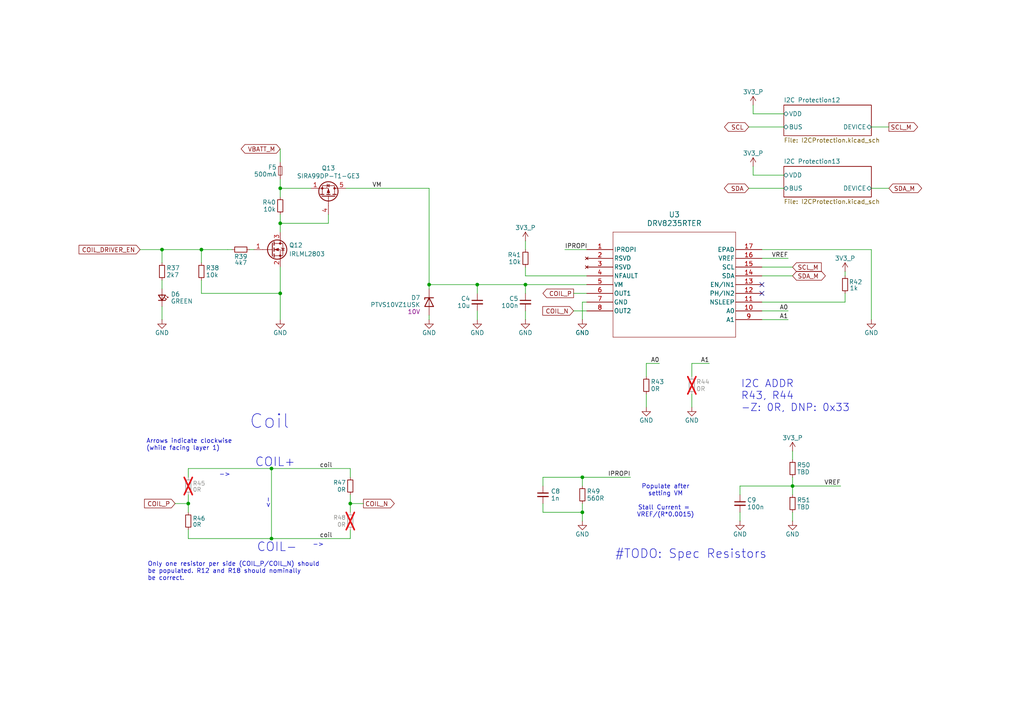
<source format=kicad_sch>
(kicad_sch (version 20250114) (generator "eeschema") (generator_version "9.0")
  (paper "A4")
  (title_block (title "Argus -Z Panel") (date "2025-06-23") (rev "Rev 5.0") (company "N. Khera") (comment 1 "V. Rajesh") (comment 2 "A. Sahay"))
  (lib_symbols
    (symbol "Argus-IC:DRV8235RTER" (pin_names (offset 0.254))
      (property "Reference" "U" (at 25.4 10.16 0))
      (property "Value" "DRV8235RTER" (at 25.4 7.62 0))
      (symbol "DRV8235RTER_0_1"
        (polyline (pts (xy 7.62 5.08) (xy 7.62 -25.4)) (stroke (width 0.127)))
        (polyline (pts (xy 7.62 -25.4) (xy 43.18 -25.4)) (stroke (width 0.127)))
        (polyline (pts (xy 43.18 5.08) (xy 7.62 5.08)) (stroke (width 0.127)))
        (polyline (pts (xy 43.18 -25.4) (xy 43.18 5.08)) (stroke (width 0.127)))
        (pin power_in line (at 0 0 0) (length 7.62) (name "IPROPI") (number "1"))
        (pin no_connect line (at 0 -2.54 0) (length 7.62) (name "RSVD") (number "2"))
        (pin no_connect line (at 0 -5.08 0) (length 7.62) (name "RSVD") (number "3"))
        (pin output line (at 0 -7.62 0) (length 7.62) (name "NFAULT") (number "4"))
        (pin power_in line (at 0 -10.16 0) (length 7.62) (name "VM") (number "5"))
        (pin output line (at 0 -12.7 0) (length 7.62) (name "OUT1") (number "6"))
        (pin power_out line (at 0 -15.24 0) (length 7.62) (name "GND") (number "7"))
        (pin output line (at 0 -17.78 0) (length 7.62) (name "OUT2") (number "8"))
        (pin power_out line (at 50.8 0 180) (length 7.62) (name "EPAD") (number "17"))
        (pin input line (at 50.8 -2.54 180) (length 7.62) (name "VREF") (number "16"))
        (pin input line (at 50.8 -5.08 180) (length 7.62) (name "SCL") (number "15"))
        (pin input line (at 50.8 -7.62 180) (length 7.62) (name "SDA") (number "14"))
        (pin input line (at 50.8 -10.16 180) (length 7.62) (name "EN/IN1") (number "13"))
        (pin input line (at 50.8 -12.7 180) (length 7.62) (name "PH/IN2") (number "12"))
        (pin input line (at 50.8 -15.24 180) (length 7.62) (name "NSLEEP") (number "11"))
        (pin input line (at 50.8 -17.78 180) (length 7.62) (name "A0") (number "10"))
        (pin input line (at 50.8 -20.32 180) (length 7.62) (name "A1") (number "9"))
      )
    )
    (symbol "Argus-IC:IRLML2803" (pin_names (hide yes))
      (property "Reference" "Q23" (at 2.54 1.27 0))
      (property "Value" "IRLML2803" (at 2.54 -1.27 0))
      (symbol "IRLML2803_0_1"
        (polyline (pts (xy -2.286 1.905) (xy -2.286 -1.905)) (stroke (width 0.254)))
        (polyline (pts (xy -2.286 0) (xy -5.08 0)))
        (polyline (pts (xy -1.778 2.286) (xy -1.778 1.27)) (stroke (width 0.254)))
        (polyline (pts (xy -1.778 0.508) (xy -1.778 -0.508)) (stroke (width 0.254)))
        (polyline (pts (xy -1.778 -1.27) (xy -1.778 -2.286)) (stroke (width 0.254)))
        (polyline (pts (xy -1.778 -1.778) (xy 0.762 -1.778) (xy 0.762 1.778) (xy -1.778 1.778)))
        (polyline (pts (xy -1.524 0) (xy -0.508 0.381) (xy -0.508 -0.381) (xy -1.524 0)) (fill (type outline)))
        (circle (center -0.889 0) (radius 2.794) (stroke (width 0.254)))
        (polyline (pts (xy 0 2.54) (xy 0 1.778)))
        (circle (center 0 1.778) (radius 0.254) (fill (type outline)))
        (circle (center 0 -1.778) (radius 0.254) (fill (type outline)))
        (polyline (pts (xy 0 -2.54) (xy 0 0) (xy -1.778 0)))
        (polyline (pts (xy 0.254 0.508) (xy 0.381 0.381) (xy 1.143 0.381) (xy 1.27 0.254)))
        (polyline (pts (xy 0.762 0.381) (xy 0.381 -0.254) (xy 1.143 -0.254) (xy 0.762 0.381)))
      )
      (symbol "IRLML2803_1_1"
        (pin input line (at -7.62 0 0) (length 2.54) (name "G") (number "1"))
        (pin passive line (at 0 5.08 270) (length 2.54) (name "D") (number "3"))
        (pin passive line (at 0 -5.08 90) (length 2.54) (name "S") (number "2"))
      )
    )
    (symbol "Device:C_Small" (pin_numbers (hide yes)) (pin_names (offset 0.254) (hide yes))
      (property "Reference" "C" (at 0.254 1.778 0))
      (property "Value" "C_Small" (at 0.254 -2.032 0))
      (symbol "C_Small_0_1"
        (polyline (pts (xy -1.524 0.508) (xy 1.524 0.508)) (stroke (width 0.3048)))
        (polyline (pts (xy -1.524 -0.508) (xy 1.524 -0.508)) (stroke (width 0.3302)))
      )
      (symbol "C_Small_1_1"
        (pin passive line (at 0 2.54 270) (length 2.032) (name "~") (number "1"))
        (pin passive line (at 0 -2.54 90) (length 2.032) (name "~") (number "2"))
      )
    )
    (symbol "Device:Fuse_Small" (pin_numbers (hide yes)) (pin_names (offset 0.254) (hide yes))
      (property "Reference" "F" (at 0 -1.524 0))
      (property "Value" "Fuse_Small" (at 0 1.524 0))
      (symbol "Fuse_Small_0_1"
        (rectangle (start -1.27 0.508) (end 1.27 -0.508))
        (polyline (pts (xy -1.27 0) (xy 1.27 0)))
      )
      (symbol "Fuse_Small_1_1"
        (pin passive line (at -2.54 0 0) (length 1.27) (name "~") (number "1"))
        (pin passive line (at 2.54 0 180) (length 1.27) (name "~") (number "2"))
      )
    )
    (symbol "Device:LED_Small" (pin_numbers (hide yes)) (pin_names (offset 0.254) (hide yes))
      (property "Reference" "D" (at -1.27 3.175 0))
      (property "Value" "LED_Small" (at -4.445 -2.54 0))
      (symbol "LED_Small_0_1"
        (polyline (pts (xy -0.762 -1.016) (xy -0.762 1.016)) (stroke (width 0.254)))
        (polyline (pts (xy 0 0.762) (xy -0.508 1.27) (xy -0.254 1.27) (xy -0.508 1.27) (xy -0.508 1.016)))
        (polyline (pts (xy 0.508 1.27) (xy 0 1.778) (xy 0.254 1.778) (xy 0 1.778) (xy 0 1.524)))
        (polyline (pts (xy 0.762 -1.016) (xy -0.762 0) (xy 0.762 1.016) (xy 0.762 -1.016)) (stroke (width 0.254)))
        (polyline (pts (xy 1.016 0) (xy -0.762 0)))
      )
      (symbol "LED_Small_1_1"
        (pin passive line (at -2.54 0 0) (length 1.778) (name "K") (number "1"))
        (pin passive line (at 2.54 0 180) (length 1.778) (name "A") (number "2"))
      )
    )
    (symbol "Device:R_Small" (pin_numbers (hide yes)) (pin_names (offset 0.254) (hide yes))
      (property "Reference" "R" (at 0.762 0.508 0))
      (property "Value" "R_Small" (at 0.762 -1.016 0))
      (symbol "R_Small_0_1"
        (rectangle (start -0.762 1.778) (end 0.762 -1.778) (stroke (width 0.2032)))
      )
      (symbol "R_Small_1_1"
        (pin passive line (at 0 2.54 270) (length 0.762) (name "~") (number "1"))
        (pin passive line (at 0 -2.54 90) (length 0.762) (name "~") (number "2"))
      )
    )
    (symbol "Diode:PTVS10VZ1USK" (pin_numbers (hide yes)) (pin_names (hide yes))
      (property "Reference" "D" (at 0 2.54 0))
      (property "Value" "PTVS10VZ1USK" (at 0 -2.54 0))
      (symbol "PTVS10VZ1USK_0_1"
        (polyline (pts (xy -1.27 -1.27) (xy -1.27 1.27) (xy -0.762 1.27)) (stroke (width 0.254)))
        (polyline (pts (xy 1.27 0) (xy -1.27 0)))
        (polyline (pts (xy 1.27 -1.27) (xy 1.27 1.27) (xy -1.27 0) (xy 1.27 -1.27)) (stroke (width 0.254)))
      )
      (symbol "PTVS10VZ1USK_1_1"
        (pin passive line (at -3.81 0 0) (length 2.54) (name "K") (number "1"))
        (pin passive line (at 3.81 0 180) (length 2.54) (name "A") (number "2"))
      )
    )
    (symbol "R_Small_1" (pin_numbers (hide yes)) (pin_names (offset 0.254) (hide yes))
      (property "Reference" "R" (at 0 0 90))
      (property "Value" "R_Small" (at 1.778 0 90))
      (symbol "R_Small_1_0_1"
        (rectangle (start -0.762 1.778) (end 0.762 -1.778) (stroke (width 0.2032)))
      )
      (symbol "R_Small_1_1_1"
        (pin passive line (at 0 2.54 270) (length 0.762) (name "~") (number "1"))
        (pin passive line (at 0 -2.54 90) (length 0.762) (name "~") (number "2"))
      )
    )
    (symbol "R_Small_2" (pin_numbers (hide yes)) (pin_names (offset 0.254) (hide yes))
      (property "Reference" "R" (at 0 0 90))
      (property "Value" "R_Small" (at 1.778 0 90))
      (symbol "R_Small_2_0_1"
        (rectangle (start -0.762 1.778) (end 0.762 -1.778) (stroke (width 0.2032)))
      )
      (symbol "R_Small_2_1_1"
        (pin passive line (at 0 2.54 270) (length 0.762) (name "~") (number "1"))
        (pin passive line (at 0 -2.54 90) (length 0.762) (name "~") (number "2"))
      )
    )
    (symbol "R_Small_3" (pin_numbers (hide yes)) (pin_names (offset 0.254) (hide yes))
      (property "Reference" "R" (at 0 0 90))
      (property "Value" "R_Small" (at 1.778 0 90))
      (symbol "R_Small_3_0_1"
        (rectangle (start -0.762 1.778) (end 0.762 -1.778) (stroke (width 0.2032)))
      )
      (symbol "R_Small_3_1_1"
        (pin passive line (at 0 2.54 270) (length 0.762) (name "~") (number "1"))
        (pin passive line (at 0 -2.54 90) (length 0.762) (name "~") (number "2"))
      )
    )
    (symbol "R_Small_4" (pin_numbers (hide yes)) (pin_names (offset 0.254) (hide yes))
      (property "Reference" "R" (at 0 0 90))
      (property "Value" "R_Small" (at 1.778 0 90))
      (symbol "R_Small_4_0_1"
        (rectangle (start -0.762 1.778) (end 0.762 -1.778) (stroke (width 0.2032)))
      )
      (symbol "R_Small_4_1_1"
        (pin passive line (at 0 2.54 270) (length 0.762) (name "~") (number "1"))
        (pin passive line (at 0 -2.54 90) (length 0.762) (name "~") (number "2"))
      )
    )
    (symbol "Transistor_FET:Si7141DP" (pin_names (hide yes))
      (property "Reference" "Q" (at 5.08 1.905 0))
      (property "Value" "Si7141DP" (at 5.08 0 0))
      (symbol "Si7141DP_0_1"
        (polyline (pts (xy 0.254 1.905) (xy 0.254 -1.905)) (stroke (width 0.254)))
        (polyline (pts (xy 0.254 0) (xy -2.54 0)))
        (polyline (pts (xy 0.762 2.286) (xy 0.762 1.27)) (stroke (width 0.254)))
        (polyline (pts (xy 0.762 1.778) (xy 3.302 1.778) (xy 3.302 -1.778) (xy 0.762 -1.778)))
        (polyline (pts (xy 0.762 0.508) (xy 0.762 -0.508)) (stroke (width 0.254)))
        (polyline (pts (xy 0.762 -1.27) (xy 0.762 -2.286)) (stroke (width 0.254)))
        (circle (center 1.651 0) (radius 2.794) (stroke (width 0.254)))
        (polyline (pts (xy 2.286 0) (xy 1.27 0.381) (xy 1.27 -0.381) (xy 2.286 0)) (fill (type outline)))
        (polyline (pts (xy 2.54 2.54) (xy 2.54 1.778)))
        (circle (center 2.54 1.778) (radius 0.254) (fill (type outline)))
        (circle (center 2.54 -1.778) (radius 0.254) (fill (type outline)))
        (polyline (pts (xy 2.54 -2.54) (xy 2.54 0) (xy 0.762 0)))
        (polyline (pts (xy 2.794 -0.508) (xy 2.921 -0.381) (xy 3.683 -0.381) (xy 3.81 -0.254)))
        (polyline (pts (xy 3.302 -0.381) (xy 2.921 0.254) (xy 3.683 0.254) (xy 3.302 -0.381)))
      )
      (symbol "Si7141DP_1_1"
        (pin input line (at -5.08 0 0) (length 2.54) (name "G") (number "4"))
        (pin passive line (at 2.54 5.08 270) (length 2.54) (name "D") (number "5"))
        (pin passive line (at 2.54 -5.08 90) (length 2.54) (name "S") (number "1"))
        (pin passive line (at 2.54 -5.08 90) (length 2.54) (hide yes) (name "S") (number "2"))
        (pin passive line (at 2.54 -5.08 90) (length 2.54) (hide yes) (name "S") (number "3"))
      )
    )
    (symbol "power:+3.3V" (power) (pin_numbers (hide yes)) (pin_names (offset 0) (hide yes))
      (property "Value" "+3.3V" (at 0 3.556 0))
      (symbol "+3.3V_0_1"
        (polyline (pts (xy -0.762 1.27) (xy 0 2.54)))
        (polyline (pts (xy 0 2.54) (xy 0.762 1.27)))
        (polyline (pts (xy 0 0) (xy 0 2.54)))
      )
      (symbol "+3.3V_1_1"
        (pin power_in line (at 0 0 90) (length 0) (name "~") (number "1"))
      )
    )
    (symbol "power:GND" (power) (pin_numbers (hide yes)) (pin_names (offset 0) (hide yes))
      (property "Value" "GND" (at 0 -3.81 0))
      (symbol "GND_0_1"
        (polyline (pts (xy 0 0) (xy 0 -1.27) (xy 1.27 -1.27) (xy 0 -2.54) (xy -1.27 -1.27) (xy 0 -1.27)))
      )
      (symbol "GND_1_1"
        (pin power_in line (at 0 0 270) (length 0) (name "~") (number "1"))
      )
    )
  )
  (text "COIL+" (at 73.914 135.636 0) (effects (font (size 2.54 2.54)) (justify left bottom)))
  (text "->" (at 63.5 138.43 0) (effects (font (size 1.27 1.27)) (justify left bottom)))
  (text "->" (at 93.98 158.75 0) (effects (font (size 1.27 1.27)) (justify right bottom)))
  (text "#TODO: Spec Resistors" (at 200.406 160.782 0) (effects (font (size 2.54 2.54))))
  (text "Coil" (at 72.263 124.714 0) (effects (font (size 4 4)) (justify left bottom)))
  (text "I2C ADDR\nR43, R44\n-Z: 0R, DNP: 0x33" (at 214.884 119.634 0) (effects (font (size 2.159 2.159)) (justify left bottom)))
  (text "Only one resistor per side (COIL_P/COIL_N) should \nbe populated. R12 and R18 should nominally \nbe correct." (at 42.799 168.529 0) (effects (font (size 1.27 1.27)) (justify left bottom)))
  (text "<-" (at 78.486 147.574 90) (effects (font (size 1.27 1.27)) (justify left bottom)))
  (text "Arrows indicate clockwise\n(while facing layer 1)" (at 42.418 130.81 0) (effects (font (size 1.27 1.27)) (justify left bottom)))
  (text "COIL-" (at 74.422 160.274 0) (effects (font (size 2.54 2.54)) (justify left bottom)))
  (text "Populate after\nsetting VM\n\nStall Current = \nVREF/(R*0.0015)" (at 193.04 145.288 0) (effects (font (size 1.27 1.27))))
  (junction (at 101.6 146.05))
  (junction (at 81.28 64.77))
  (junction (at 78.74 135.89))
  (junction (at 152.4 82.55))
  (junction (at 78.74 156.21))
  (junction (at 81.28 85.09))
  (junction (at 46.99 72.39))
  (junction (at 54.61 146.05))
  (junction (at 138.43 82.55))
  (junction (at 124.46 82.55))
  (junction (at 58.42 72.39))
  (junction (at 168.91 148.59))
  (junction (at 229.87 140.97))
  (junction (at 81.28 54.61))
  (junction (at 168.91 138.43))
  (no_connect (at 220.98 85.09))
  (no_connect (at 220.98 82.55))
  (wire (pts (xy 101.6 143.51) (xy 101.6 146.05)))
  (wire (pts (xy 227.33 50.8) (xy 218.44 50.8)))
  (wire (pts (xy 152.4 69.85) (xy 152.4 72.39)))
  (wire (pts (xy 105.41 146.05) (xy 101.6 146.05)))
  (wire (pts (xy 81.28 52.07) (xy 81.28 54.61)) (stroke (width 0.1524)))
  (wire (pts (xy 168.91 87.63) (xy 168.91 92.71)))
  (wire (pts (xy 72.39 72.39) (xy 73.66 72.39)))
  (wire (pts (xy 220.98 72.39) (xy 252.73 72.39)))
  (wire (pts (xy 217.17 54.61) (xy 227.33 54.61)))
  (wire (pts (xy 187.452 114.3) (xy 187.452 118.11)))
  (wire (pts (xy 229.87 140.97) (xy 243.84 140.97)))
  (wire (pts (xy 101.6 153.67) (xy 101.6 156.21)))
  (wire (pts (xy 54.61 153.67) (xy 54.61 156.21)))
  (wire (pts (xy 54.61 135.89) (xy 78.74 135.89)))
  (wire (pts (xy 46.99 92.71) (xy 46.99 88.9)))
  (wire (pts (xy 138.43 82.55) (xy 138.43 85.09)))
  (wire (pts (xy 157.48 148.59) (xy 168.91 148.59)))
  (wire (pts (xy 168.91 138.43) (xy 157.48 138.43)))
  (wire (pts (xy 229.87 77.47) (xy 220.98 77.47)))
  (wire (pts (xy 54.61 143.51) (xy 54.61 146.05)))
  (wire (pts (xy 46.99 72.39) (xy 58.42 72.39)) (stroke (width 0.1524)))
  (wire (pts (xy 152.4 82.55) (xy 170.18 82.55)))
  (wire (pts (xy 81.28 92.71) (xy 81.28 85.09)))
  (wire (pts (xy 46.99 72.39) (xy 40.64 72.39)) (stroke (width 0.1524)))
  (wire (pts (xy 152.4 82.55) (xy 152.4 85.09)))
  (wire (pts (xy 217.17 36.83) (xy 227.33 36.83)))
  (wire (pts (xy 78.74 135.89) (xy 101.6 135.89)))
  (wire (pts (xy 220.98 74.93) (xy 228.6 74.93)))
  (wire (pts (xy 168.91 148.59) (xy 168.91 146.05)))
  (wire (pts (xy 214.63 140.97) (xy 214.63 143.51)))
  (wire (pts (xy 229.87 130.81) (xy 229.87 133.35)))
  (wire (pts (xy 152.4 90.17) (xy 152.4 92.71)))
  (wire (pts (xy 157.48 146.05) (xy 157.48 148.59)))
  (wire (pts (xy 157.48 138.43) (xy 157.48 140.97)))
  (wire (pts (xy 200.66 105.41) (xy 200.66 109.22)))
  (wire (pts (xy 163.83 72.39) (xy 170.18 72.39)))
  (wire (pts (xy 81.28 54.61) (xy 81.28 57.15)))
  (wire (pts (xy 54.61 135.89) (xy 54.61 138.43)))
  (wire (pts (xy 81.28 77.47) (xy 81.28 85.09)))
  (wire (pts (xy 78.74 135.89) (xy 78.74 156.21)))
  (wire (pts (xy 138.43 82.55) (xy 152.4 82.55)))
  (wire (pts (xy 81.28 64.77) (xy 95.25 64.77)) (stroke (width 0.1524)))
  (wire (pts (xy 170.18 87.63) (xy 168.91 87.63)))
  (wire (pts (xy 124.46 92.71) (xy 124.46 91.44)))
  (wire (pts (xy 245.11 85.09) (xy 245.11 87.63)))
  (wire (pts (xy 101.6 135.89) (xy 101.6 138.43)))
  (wire (pts (xy 168.91 138.43) (xy 168.91 140.97)))
  (wire (pts (xy 138.43 90.17) (xy 138.43 92.71)))
  (wire (pts (xy 81.28 62.23) (xy 81.28 64.77)))
  (wire (pts (xy 191.262 105.41) (xy 187.452 105.41)))
  (wire (pts (xy 252.73 54.61) (xy 257.81 54.61)))
  (wire (pts (xy 227.33 33.02) (xy 218.44 33.02)))
  (wire (pts (xy 81.28 64.77) (xy 81.28 67.31)) (stroke (width 0.1524)))
  (wire (pts (xy 187.452 105.41) (xy 187.452 109.22)))
  (wire (pts (xy 200.66 114.3) (xy 200.66 118.11)))
  (wire (pts (xy 78.74 156.21) (xy 101.6 156.21)))
  (wire (pts (xy 168.91 151.13) (xy 168.91 148.59)))
  (wire (pts (xy 218.44 50.8) (xy 218.44 48.26)))
  (wire (pts (xy 95.25 64.77) (xy 95.25 62.23)) (stroke (width 0.1524)))
  (wire (pts (xy 124.46 82.55) (xy 124.46 83.82)))
  (wire (pts (xy 252.73 72.39) (xy 252.73 92.71)))
  (wire (pts (xy 220.98 90.17) (xy 228.6 90.17)))
  (wire (pts (xy 168.91 138.43) (xy 182.88 138.43)))
  (wire (pts (xy 101.6 146.05) (xy 101.6 148.59)))
  (wire (pts (xy 58.42 72.39) (xy 66.04 72.39)) (stroke (width 0.1524)))
  (wire (pts (xy 220.98 92.71) (xy 228.6 92.71)))
  (wire (pts (xy 81.28 54.61) (xy 90.17 54.61)) (stroke (width 0.1524)))
  (wire (pts (xy 54.61 156.21) (xy 78.74 156.21)))
  (wire (pts (xy 229.87 140.97) (xy 229.87 143.51)))
  (wire (pts (xy 58.42 72.39) (xy 58.42 76.2)) (stroke (width 0.1524)))
  (wire (pts (xy 124.46 82.55) (xy 138.43 82.55)))
  (wire (pts (xy 58.42 85.09) (xy 81.28 85.09)))
  (wire (pts (xy 229.87 138.43) (xy 229.87 140.97)))
  (wire (pts (xy 229.87 80.01) (xy 220.98 80.01)))
  (wire (pts (xy 66.04 72.39) (xy 67.31 72.39)))
  (wire (pts (xy 252.73 36.83) (xy 257.81 36.83)))
  (wire (pts (xy 100.33 54.61) (xy 124.46 54.61)))
  (wire (pts (xy 214.63 140.97) (xy 229.87 140.97)))
  (wire (pts (xy 218.44 33.02) (xy 218.44 30.48)))
  (wire (pts (xy 152.4 77.47) (xy 152.4 80.01)))
  (wire (pts (xy 58.42 85.09) (xy 58.42 81.28)))
  (wire (pts (xy 229.87 148.59) (xy 229.87 151.13)))
  (wire (pts (xy 220.98 87.63) (xy 245.11 87.63)))
  (wire (pts (xy 81.28 43.18) (xy 81.28 46.99)))
  (wire (pts (xy 166.37 90.17) (xy 170.18 90.17)))
  (wire (pts (xy 166.37 85.09) (xy 170.18 85.09)))
  (wire (pts (xy 124.46 54.61) (xy 124.46 82.55)))
  (wire (pts (xy 205.74 105.41) (xy 200.66 105.41)))
  (wire (pts (xy 54.61 146.05) (xy 54.61 148.59)))
  (wire (pts (xy 50.8 146.05) (xy 54.61 146.05)))
  (wire (pts (xy 152.4 80.01) (xy 170.18 80.01)))
  (wire (pts (xy 214.63 148.59) (xy 214.63 151.13)))
  (wire (pts (xy 245.11 80.01) (xy 245.11 78.74)))
  (wire (pts (xy 46.99 81.28) (xy 46.99 83.82)))
  (wire (pts (xy 46.99 72.39) (xy 46.99 76.2)) (stroke (width 0.1524)))
  (label "coil" (at 92.71 156.21 0))
  (label "IPROPI" (at 163.83 72.39 0))
  (label "coil" (at 92.71 135.89 0))
  (label "A0" (at 228.6 90.17 180))
  (label "IPROPI" (at 182.88 138.43 180))
  (label "A1" (at 228.6 92.71 180))
  (label "VREF" (at 243.84 140.97 180))
  (label "VM" (at 107.95 54.61 0))
  (label "A0" (at 191.262 105.41 180))
  (label "VREF" (at 228.6 74.93 180))
  (label "A1" (at 205.74 105.41 180))
  (global_label "COIL_DRIVER_EN" (shape input) (at 40.64 72.39 180) (property "Intersheetrefs" "${INTERSHEET_REFS}" (effects (hide yes))))
  (global_label "SCL_M" (shape input) (at 229.87 77.47 0) (property "Intersheetrefs" "${INTERSHEET_REFS}" (effects (hide yes))))
  (global_label "SCL_M" (shape output) (at 257.81 36.83 0) (property "Intersheetrefs" "${INTERSHEET_REFS}" (effects (hide yes))))
  (global_label "COIL_N" (shape output) (at 105.41 146.05 0) (property "Intersheetrefs" "${INTERSHEET_REFS}" (effects (hide yes))))
  (global_label "SDA_M" (shape bidirectional) (at 229.87 80.01 0) (property "Intersheetrefs" "${INTERSHEET_REFS}" (effects (hide yes))))
  (global_label "VBATT_M" (shape bidirectional) (at 81.28 43.18 180) (property "Intersheetrefs" "${INTERSHEET_REFS}" (effects (hide yes))))
  (global_label "SDA" (shape bidirectional) (at 217.17 54.61 180) (property "Intersheetrefs" "${INTERSHEET_REFS}" (effects (hide yes))))
  (global_label "COIL_P" (shape input) (at 50.8 146.05 180) (property "Intersheetrefs" "${INTERSHEET_REFS}" (effects (hide yes))))
  (global_label "SDA_M" (shape bidirectional) (at 257.81 54.61 0) (property "Intersheetrefs" "${INTERSHEET_REFS}" (effects (hide yes))))
  (global_label "COIL_P" (shape output) (at 166.37 85.09 180) (property "Intersheetrefs" "${INTERSHEET_REFS}" (effects (hide yes))))
  (global_label "SCL" (shape bidirectional) (at 217.17 36.83 180) (property "Intersheetrefs" "${INTERSHEET_REFS}" (effects (hide yes))))
  (global_label "COIL_N" (shape input) (at 166.37 90.17 180) (property "Intersheetrefs" "${INTERSHEET_REFS}" (effects (hide yes))))
  (symbol (lib_id "Device:R_Small") (at 46.99 78.74 0) (unit 1)
    (property "Reference" "R37" (at 48.26 77.724 0) (effects (justify left)))
    (property "Value" "2k7" (at 48.26 79.756 0) (effects (justify left)))
    (property "Footprint" "Resistor_SMD:R_0603_1608Metric" (effects (hide yes)))
    (property "Description" "Resistor, small symbol" (effects (hide yes)))
    (property "DIS" "Digi-Key" (effects (hide yes)))
    (property "DPN" "A129693CT-ND" (effects (hide yes)))
    (property "MFR" "TE" (effects (hide yes)))
    (property "MPN" "CRGCQ0603F2K7" (effects (hide yes)))
  )
  (symbol (lib_id "power:GND") (at 168.91 92.71 0) (unit 1)
    (property "Reference" "#PWR046" (effects (hide yes)))
    (property "Value" "GND" (at 168.91 96.52 0))
    (property "Description" "Power symbol creates a global label with name \"GND\" , ground" (effects (hide yes)))
  )
  (symbol (lib_name "R_Small_1") (lib_id "Device:R_Small") (at 229.87 135.89 0) (unit 1)
    (property "Reference" "R50" (at 231.14 134.874 0) (effects (justify left)))
    (property "Value" "TBD" (at 231.14 136.906 0) (effects (justify left)))
    (property "Footprint" "Resistor_SMD:R_0603_1608Metric" (effects (hide yes)))
    (property "Description" "Resistor, small symbol" (effects (hide yes)))
  )
  (symbol (lib_name "R_Small_2") (lib_id "Device:R_Small") (at 168.91 143.51 0) (unit 1)
    (property "Reference" "R49" (at 170.18 142.494 0) (effects (justify left)))
    (property "Value" "560R" (at 170.18 144.526 0) (effects (justify left)))
    (property "Footprint" "Resistor_SMD:R_0603_1608Metric" (effects (hide yes)))
    (property "Description" "Resistor, small symbol" (effects (hide yes)))
  )
  (symbol (lib_id "Device:R_Small") (at 54.61 151.13 180) (unit 1)
    (property "Reference" "R46" (at 55.88 150.368 0) (effects (font (size 1.2 1.2)) (justify right)))
    (property "Value" "0R" (at 55.88 152.146 0) (effects (font (size 1.2 1.2)) (justify right)))
    (property "Footprint" "Resistor_SMD:R_0603_1608Metric" (effects (hide yes)))
    (property "Description" "Resistor, small symbol" (effects (hide yes)))
  )
  (symbol (lib_id "power:GND") (at 46.99 92.71 0) (mirror y) (unit 1)
    (property "Reference" "#GND01" (effects (hide yes)))
    (property "Value" "GND" (at 46.99 96.52 0))
    (property "Description" "Power symbol creates a global label with name \"GND\" , ground" (effects (hide yes)))
  )
  (symbol (lib_id "power:GND") (at 138.43 92.71 0) (mirror y) (unit 1)
    (property "Reference" "#PWR043" (effects (hide yes)))
    (property "Value" "GND" (at 138.43 96.52 0))
    (property "Description" "Power symbol creates a global label with name \"GND\" , ground" (effects (hide yes)))
  )
  (symbol (lib_id "Device:C_Small") (at 214.63 146.05 0) (unit 1)
    (property "Reference" "C9" (at 216.662 145.034 0) (effects (justify left)))
    (property "Value" "100n" (at 216.662 147.066 0) (effects (justify left)))
    (property "Footprint" "Capacitor_SMD:C_0603_1608Metric" (effects (hide yes)))
    (property "Description" "Unpolarized capacitor, small symbol" (effects (hide yes)))
  )
  (symbol (lib_id "Device:R_Small") (at 245.11 82.55 180) (unit 1)
    (property "Reference" "R42" (at 248.158 81.788 0))
    (property "Value" "1k" (at 247.65 83.566 0))
    (property "Footprint" "Resistor_SMD:R_0603_1608Metric" (effects (hide yes)))
    (property "Description" "Resistor, small symbol" (effects (hide yes)))
  )
  (symbol (lib_id "Device:R_Small") (at 187.452 111.76 180) (unit 1)
    (property "Reference" "R43" (at 188.722 110.744 0) (effects (justify right)))
    (property "Value" "0R" (at 188.722 112.776 0) (effects (justify right)))
    (property "Footprint" "Resistor_SMD:R_0603_1608Metric" (effects (hide yes)))
    (property "Description" "Resistor, small symbol" (effects (hide yes)))
  )
  (symbol (lib_id "power:GND") (at 214.63 151.13 0) (unit 1)
    (property "Reference" "#PWR036" (effects (hide yes)))
    (property "Value" "GND" (at 214.63 154.94 0))
    (property "Description" "Power symbol creates a global label with name \"GND\" , ground" (effects (hide yes)))
  )
  (symbol (lib_id "Device:C_Small") (at 138.43 87.63 0) (unit 1)
    (property "Reference" "C4" (at 136.398 86.614 0) (effects (justify right)))
    (property "Value" "10u" (at 136.398 88.646 0) (effects (justify right)))
    (property "Footprint" "Capacitor_SMD:C_1210_3225Metric" (effects (hide yes)))
    (property "Description" "Unpolarized capacitor, small symbol" (effects (hide yes)))
  )
  (symbol (lib_id "Device:R_Small") (at 69.85 72.39 90) (unit 1)
    (property "Reference" "R39" (at 69.85 74.422 90))
    (property "Value" "4k7" (at 69.85 76.2 90))
    (property "Footprint" "Resistor_SMD:R_0603_1608Metric" (effects (hide yes)))
    (property "Description" "Resistor, small symbol" (effects (hide yes)))
  )
  (symbol (lib_id "power:+3.3V") (at 218.44 48.26 0) (unit 1)
    (property "Reference" "#PWR045" (effects (hide yes)))
    (property "Value" "3V3_P" (at 218.44 44.45 0))
    (property "Description" "Power symbol creates a global label with name \"+3.3V\"" (effects (hide yes)))
  )
  (symbol (lib_name "R_Small_3") (lib_id "Device:R_Small") (at 229.87 146.05 0) (unit 1)
    (property "Reference" "R51" (at 231.14 145.034 0) (effects (justify left)))
    (property "Value" "TBD" (at 231.14 147.066 0) (effects (justify left)))
    (property "Footprint" "Resistor_SMD:R_0603_1608Metric" (effects (hide yes)))
    (property "Description" "Resistor, small symbol" (effects (hide yes)))
  )
  (symbol (lib_id "power:+3.3V") (at 218.44 30.48 0) (unit 1)
    (property "Reference" "#PWR044" (effects (hide yes)))
    (property "Value" "3V3_P" (at 218.44 26.67 0))
    (property "Description" "Power symbol creates a global label with name \"+3.3V\"" (effects (hide yes)))
  )
  (symbol (lib_id "power:GND") (at 168.91 151.13 0) (unit 1)
    (property "Reference" "#PWR039" (effects (hide yes)))
    (property "Value" "GND" (at 168.91 154.94 0))
    (property "Description" "Power symbol creates a global label with name \"GND\" , ground" (effects (hide yes)))
  )
  (symbol (lib_id "power:GND") (at 152.4 92.71 0) (mirror y) (unit 1)
    (property "Reference" "#PWR040" (effects (hide yes)))
    (property "Value" "GND" (at 152.4 96.52 0))
    (property "Description" "Power symbol creates a global label with name \"GND\" , ground" (effects (hide yes)))
  )
  (symbol (lib_id "Argus-IC:IRLML2803") (at 81.28 72.39 0) (unit 1)
    (property "Reference" "Q12" (at 83.82 71.12 0) (effects (justify left)))
    (property "Value" "IRLML2803" (at 83.82 73.66 0) (effects (justify left)))
    (property "Footprint" "Package_TO_SOT_SMD:SOT-23" (effects (hide yes)))
  )
  (symbol (lib_id "Argus-IC:DRV8235RTER") (at 170.18 72.39 0) (unit 1)
    (property "Reference" "U3" (at 195.58 62.23 0) (effects (font (size 1.524 1.524))))
    (property "Value" "DRV8235RTER" (at 195.58 64.77 0) (effects (font (size 1.524 1.524))))
    (property "Footprint" "Argus-IC:WQFN16_RTE_TEX" (effects (hide yes)))
    (property "Datasheet" "DRV8235RTER" (effects (hide yes)))
  )
  (symbol (lib_id "power:+3.3V") (at 152.4 69.85 0) (unit 1)
    (property "Reference" "#PWR035" (effects (hide yes)))
    (property "Value" "3V3_P" (at 152.4 66.04 0))
    (property "Description" "Power symbol creates a global label with name \"+3.3V\"" (effects (hide yes)))
  )
  (symbol (lib_id "Device:C_Small") (at 157.48 143.51 0) (unit 1)
    (property "Reference" "C8" (at 159.766 142.494 0) (effects (justify left)))
    (property "Value" "1n" (at 159.766 144.526 0) (effects (justify left)))
    (property "Footprint" "Capacitor_SMD:C_0603_1608Metric" (effects (hide yes)))
    (property "Description" "Unpolarized capacitor, small symbol" (effects (hide yes)))
  )
  (symbol (lib_id "power:GND") (at 229.87 151.13 0) (unit 1)
    (property "Reference" "#PWR038" (effects (hide yes)))
    (property "Value" "GND" (at 229.87 154.94 0))
    (property "Description" "Power symbol creates a global label with name \"GND\" , ground" (effects (hide yes)))
  )
  (symbol (lib_name "R_Small_4") (lib_id "Device:R_Small") (at 152.4 74.93 0) (mirror y) (unit 1)
    (property "Reference" "R41" (at 151.13 73.914 0) (effects (justify left)))
    (property "Value" "10k" (at 151.13 75.946 0) (effects (justify left)))
    (property "Footprint" "Resistor_SMD:R_0603_1608Metric" (effects (hide yes)))
    (property "Description" "Resistor, small symbol" (effects (hide yes)))
  )
  (symbol (lib_id "Device:R_Small") (at 101.6 140.97 180) (unit 1)
    (property "Reference" "R47" (at 100.33 139.954 0) (effects (font (size 1.2 1.2)) (justify left)))
    (property "Value" "0R" (at 100.33 141.986 0) (effects (font (size 1.2 1.2)) (justify left)))
    (property "Footprint" "Resistor_SMD:R_0603_1608Metric" (effects (hide yes)))
    (property "Description" "Resistor, small symbol" (effects (hide yes)))
  )
  (symbol (lib_id "power:+3.3V") (at 229.87 130.81 0) (unit 1)
    (property "Reference" "#PWR049" (effects (hide yes)))
    (property "Value" "3V3_P" (at 229.87 127 0))
    (property "Description" "Power symbol creates a global label with name \"+3.3V\"" (effects (hide yes)))
  )
  (symbol (lib_id "power:GND") (at 81.28 92.71 0) (mirror y) (unit 1)
    (property "Reference" "#GND02" (effects (hide yes)))
    (property "Value" "GND" (at 81.28 96.52 0))
    (property "Description" "Power symbol creates a global label with name \"GND\" , ground" (effects (hide yes)))
  )
  (symbol (lib_id "power:GND") (at 124.46 92.71 0) (mirror y) (unit 1)
    (property "Reference" "#PWR051" (effects (hide yes)))
    (property "Value" "GND" (at 124.46 96.52 0))
    (property "Description" "Power symbol creates a global label with name \"GND\" , ground" (effects (hide yes)))
  )
  (symbol (lib_id "Device:C_Small") (at 152.4 87.63 0) (unit 1)
    (property "Reference" "C5" (at 150.368 86.614 0) (effects (justify right)))
    (property "Value" "100n" (at 150.368 88.646 0) (effects (justify right)))
    (property "Footprint" "Capacitor_SMD:C_0603_1608Metric" (effects (hide yes)))
    (property "Description" "Unpolarized capacitor, small symbol" (effects (hide yes)))
  )
  (symbol (lib_id "Device:R_Small") (at 81.28 59.69 0) (mirror x) (unit 1)
    (property "Reference" "R40" (at 80.01 58.674 0) (effects (justify right)))
    (property "Value" "10k" (at 80.01 60.706 0) (effects (justify right)))
    (property "Footprint" "Resistor_SMD:R_0603_1608Metric" (effects (hide yes)))
    (property "Description" "Resistor, small symbol" (effects (hide yes)))
    (property "DIS" "Digi-Key" (effects (hide yes)))
    (property "DPN" "311-10.0KHRCT-ND" (effects (hide yes)))
    (property "MFR" "Yageo" (effects (hide yes)))
    (property "MPN" "RC0603FR-0710KL" (effects (hide yes)))
  )
  (symbol (lib_id "Device:R_Small") (at 54.61 140.97 180) (unit 1) (in_bom no) (dnp yes)
    (property "Reference" "R45" (at 55.88 140.208 0) (effects (font (size 1.2 1.2)) (justify right)))
    (property "Value" "0R" (at 55.88 141.986 0) (effects (font (size 1.2 1.2)) (justify right)))
    (property "Footprint" "Resistor_SMD:R_0603_1608Metric" (effects (hide yes)))
    (property "Description" "Resistor, small symbol" (effects (hide yes)))
  )
  (symbol (lib_id "power:GND") (at 252.73 92.71 0) (unit 1)
    (property "Reference" "#PWR047" (effects (hide yes)))
    (property "Value" "GND" (at 252.73 96.52 0))
    (property "Description" "Power symbol creates a global label with name \"GND\" , ground" (effects (hide yes)))
  )
  (symbol (lib_id "power:GND") (at 200.66 118.11 0) (mirror y) (unit 1)
    (property "Reference" "#PWR027" (effects (hide yes)))
    (property "Value" "GND" (at 200.66 121.92 0))
    (property "Description" "Power symbol creates a global label with name \"GND\" , ground" (effects (hide yes)))
  )
  (symbol (lib_id "Device:R_Small") (at 58.42 78.74 180) (unit 1)
    (property "Reference" "R38" (at 59.69 77.724 0) (effects (justify right)))
    (property "Value" "10k" (at 59.69 79.756 0) (effects (justify right)))
    (property "Footprint" "Resistor_SMD:R_0603_1608Metric" (effects (hide yes)))
    (property "Description" "Resistor, small symbol" (effects (hide yes)))
    (property "DIS" "Digi-Key" (effects (hide yes)))
    (property "DPN" "311-10.0KHRCT-ND" (effects (hide yes)))
    (property "MFR" "Yageo" (effects (hide yes)))
    (property "MPN" "RC0603FR-0710KL" (effects (hide yes)))
  )
  (symbol (lib_id "Device:R_Small") (at 101.6 151.13 180) (unit 1) (in_bom no) (dnp yes)
    (property "Reference" "R48" (at 100.33 150.114 0) (effects (font (size 1.2 1.2)) (justify left)))
    (property "Value" "0R" (at 100.33 152.146 0) (effects (font (size 1.2 1.2)) (justify left)))
    (property "Footprint" "Resistor_SMD:R_0603_1608Metric" (effects (hide yes)))
    (property "Description" "Resistor, small symbol" (effects (hide yes)))
  )
  (symbol (lib_id "power:GND") (at 187.452 118.11 0) (mirror y) (unit 1)
    (property "Reference" "#PWR021" (effects (hide yes)))
    (property "Value" "GND" (at 187.452 121.92 0))
    (property "Description" "Power symbol creates a global label with name \"GND\" , ground" (effects (hide yes)))
  )
  (symbol (lib_id "Device:LED_Small") (at 46.99 86.36 270) (mirror x) (unit 1)
    (property "Reference" "D6" (at 49.53 85.344 90) (effects (justify left)))
    (property "Value" "GREEN" (at 49.53 87.376 90) (effects (justify left)))
    (property "Footprint" "LED_SMD:LED_0603_1608Metric" (effects (hide yes)))
    (property "Description" "Light emitting diode, small symbol" (effects (hide yes)))
    (property "DIS" "Digi-Key" (effects (hide yes)))
    (property "DPN" "1830-1064-1-ND" (effects (hide yes)))
    (property "MFR" "Inolux" (effects (hide yes)))
    (property "MPN" "IN-S63AT5A" (effects (hide yes)))
  )
  (symbol (lib_id "Device:R_Small") (at 200.66 111.76 180) (unit 1) (in_bom no) (dnp yes)
    (property "Reference" "R44" (at 201.93 110.744 0) (effects (justify right)))
    (property "Value" "0R" (at 201.93 112.776 0) (effects (justify right)))
    (property "Footprint" "Resistor_SMD:R_0603_1608Metric" (effects (hide yes)))
    (property "Description" "Resistor, small symbol" (effects (hide yes)))
  )
  (symbol (lib_id "Device:Fuse_Small") (at 81.28 49.53 270) (mirror x) (unit 1)
    (property "Reference" "F5" (at 80.264 48.514 90) (effects (justify right)))
    (property "Value" "500mA" (at 80.264 50.546 90) (effects (justify right)))
    (property "Footprint" "Fuse:Fuse_0603_1608Metric" (effects (hide yes)))
    (property "Description" "Fuse, small symbol" (effects (hide yes)))
  )
  (symbol (lib_id "Transistor_FET:Si7141DP") (at 95.25 57.15 270) (mirror x) (unit 1)
    (property "Reference" "Q13" (at 95.25 48.768 90))
    (property "Value" "SIRA99DP-T1-GE3" (at 95.25 51.054 90))
    (property "Footprint" "Package_SO:PowerPAK_SO-8_Single" (effects (hide yes)))
    (property "Datasheet" "https://www.vishay.com/docs/65596/si7141dp.pdf" (effects (hide yes)))
    (property "Description" "-60A Id, -20V Vds, 1.9 mOhm Ron, PowerPAK-8" (effects (hide yes)))
    (property "MPN" "C3289459" (effects (hide yes)))
  )
  (symbol (lib_id "power:+3.3V") (at 245.11 78.74 0) (unit 1)
    (property "Reference" "#PWR041" (effects (hide yes)))
    (property "Value" "3V3_P" (at 245.11 74.93 0))
    (property "Description" "Power symbol creates a global label with name \"+3.3V\"" (effects (hide yes)))
  )
  (symbol (lib_id "Diode:PTVS10VZ1USK") (at 124.46 87.63 90) (mirror x) (unit 1)
    (property "Reference" "D7" (at 121.92 86.36 90) (effects (justify left)))
    (property "Value" "PTVS10VZ1USK" (at 121.92 88.3921 90) (effects (justify left)))
    (property "Footprint" "Diode_SMD:Nexperia_DSN1608-2_1.6x0.8mm" (effects (hide yes)))
    (property "Datasheet" "https://assets.nexperia.com/documents/data-sheet/PTVS10VZ1USK.pdf" (effects (hide yes)))
    (property "Description" "10V, 2000W TVS unidirectional diode, DSN1608-2" (effects (hide yes)))
    (property "Field5" "10V" (at 121.92 90.4241 90) (effects (justify left)))
  )
  (sheet (at 227.33 30.48) (size 25.4 8.89) (stroke (width 0.1524))
    (property "Sheetname" "I2C Protection12" (at 227.33 29.7684 0) (effects (justify left bottom)))
    (property "Sheetfile" "I2CProtection.kicad_sch" (at 227.33 39.9546 0) (effects (justify left top)))
    (pin "DEVICE" bidirectional (at 252.73 36.83 0))
    (pin "BUS" bidirectional (at 227.33 36.83 180))
    (pin "VDD" bidirectional (at 227.33 33.02 180))
  )
  (sheet (at 227.33 48.26) (size 25.4 8.89) (stroke (width 0.1524))
    (property "Sheetname" "I2C Protection13" (at 227.33 47.5484 0) (effects (justify left bottom)))
    (property "Sheetfile" "I2CProtection.kicad_sch" (at 227.33 57.7346 0) (effects (justify left top)))
    (pin "DEVICE" bidirectional (at 252.73 54.61 0))
    (pin "BUS" bidirectional (at 227.33 54.61 180))
    (pin "VDD" bidirectional (at 227.33 50.8 180))
  )
)
</source>
